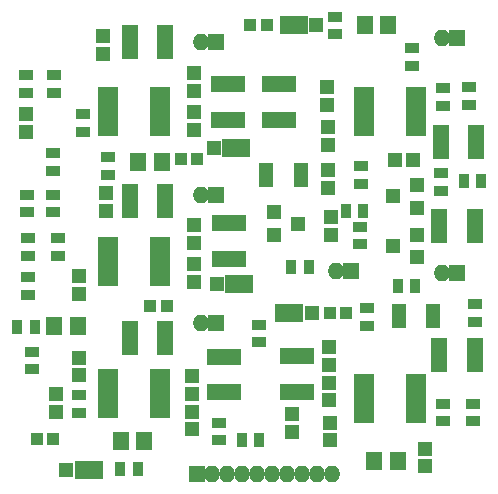
<source format=gbr>
G04 #@! TF.FileFunction,Soldermask,Top*
%FSLAX46Y46*%
G04 Gerber Fmt 4.6, Leading zero omitted, Abs format (unit mm)*
G04 Created by KiCad (PCBNEW 4.0.7) date 04/11/18 20:39:28*
%MOMM*%
%LPD*%
G01*
G04 APERTURE LIST*
%ADD10C,0.100000*%
%ADD11R,1.200000X1.200000*%
%ADD12R,2.400000X1.500000*%
%ADD13R,1.150000X1.200000*%
%ADD14R,2.900000X1.400000*%
%ADD15R,1.300000X0.900000*%
%ADD16R,1.400000X1.650000*%
%ADD17R,1.000000X1.100000*%
%ADD18R,1.800000X0.700000*%
%ADD19R,0.900000X1.300000*%
%ADD20R,1.400000X2.900000*%
%ADD21R,1.200100X1.200100*%
%ADD22R,1.300000X2.100000*%
%ADD23R,1.200000X1.150000*%
%ADD24R,1.300000X1.200000*%
%ADD25R,1.400000X1.400000*%
%ADD26O,1.400000X1.400000*%
G04 APERTURE END LIST*
D10*
D11*
X148770000Y-109630000D03*
D12*
X146870000Y-109630000D03*
D13*
X150250000Y-115500000D03*
X150250000Y-117000000D03*
X150250000Y-112500000D03*
X150250000Y-114000000D03*
D14*
X147500000Y-116250000D03*
X147500000Y-113250000D03*
D13*
X147070000Y-118180000D03*
X147070000Y-119680000D03*
D15*
X159870000Y-117280000D03*
X159870000Y-118780000D03*
X162570000Y-110380000D03*
X162570000Y-108880000D03*
X162370000Y-117280000D03*
X162370000Y-118780000D03*
X153470000Y-109180000D03*
X153470000Y-110680000D03*
D16*
X156070000Y-122130000D03*
X154070000Y-122130000D03*
D13*
X150070000Y-90480000D03*
X150070000Y-91980000D03*
D17*
X150270000Y-109630000D03*
X151670000Y-109630000D03*
D18*
X157570000Y-118580000D03*
X157570000Y-118080000D03*
X157570000Y-117580000D03*
X157570000Y-117080000D03*
X157570000Y-116580000D03*
X153170000Y-116580000D03*
X153170000Y-117080000D03*
X153170000Y-117580000D03*
X153170000Y-118080000D03*
X153170000Y-118580000D03*
X157570000Y-116080000D03*
X157570000Y-115580000D03*
X157570000Y-115080000D03*
X153170000Y-116080000D03*
X153170000Y-115580000D03*
X153170000Y-115080000D03*
D19*
X132520000Y-122830000D03*
X134020000Y-122830000D03*
D20*
X159570000Y-113130000D03*
X162570000Y-113130000D03*
D13*
X150170000Y-93880000D03*
X150170000Y-95380000D03*
X150370000Y-101480000D03*
X150370000Y-102980000D03*
D14*
X145970000Y-93230000D03*
X145970000Y-90230000D03*
D11*
X149150000Y-85250000D03*
D12*
X147250000Y-85250000D03*
D19*
X161620000Y-98430000D03*
X163120000Y-98430000D03*
D15*
X157270000Y-88680000D03*
X157270000Y-87180000D03*
D13*
X158370000Y-121080000D03*
X158370000Y-122580000D03*
D15*
X162070000Y-91980000D03*
X162070000Y-90480000D03*
D17*
X144970000Y-85230000D03*
X143570000Y-85230000D03*
D15*
X150750000Y-84500000D03*
X150750000Y-86000000D03*
D20*
X159670000Y-95130000D03*
X162670000Y-95130000D03*
D13*
X150170000Y-97480000D03*
X150170000Y-98980000D03*
D18*
X157550000Y-94300000D03*
X157550000Y-93800000D03*
X157550000Y-93300000D03*
X157550000Y-92800000D03*
X157550000Y-92300000D03*
X153150000Y-92300000D03*
X153150000Y-92800000D03*
X153150000Y-93300000D03*
X153150000Y-93800000D03*
X153150000Y-94300000D03*
X157550000Y-91800000D03*
X157550000Y-91300000D03*
X157550000Y-90800000D03*
X153150000Y-91800000D03*
X153150000Y-91300000D03*
X153150000Y-90800000D03*
D16*
X155250000Y-85250000D03*
X153250000Y-85250000D03*
D15*
X159870000Y-92080000D03*
X159870000Y-90580000D03*
D14*
X141370000Y-113330000D03*
X141370000Y-116330000D03*
D11*
X127970000Y-122930000D03*
D12*
X129870000Y-122930000D03*
D13*
X138600000Y-119450000D03*
X138600000Y-117950000D03*
X138600000Y-116450000D03*
X138600000Y-114950000D03*
D18*
X131470000Y-114680000D03*
X131470000Y-115180000D03*
X131470000Y-115680000D03*
X131470000Y-116180000D03*
X131470000Y-116680000D03*
X135870000Y-116680000D03*
X135870000Y-116180000D03*
X135870000Y-115680000D03*
X135870000Y-115180000D03*
X135870000Y-114680000D03*
X131470000Y-117180000D03*
X131470000Y-117680000D03*
X131470000Y-118180000D03*
X135870000Y-117180000D03*
X135870000Y-117680000D03*
X135870000Y-118180000D03*
D16*
X132570000Y-120430000D03*
X134570000Y-120430000D03*
D15*
X129070000Y-116580000D03*
X129070000Y-118080000D03*
D13*
X127070000Y-117980000D03*
X127070000Y-116480000D03*
D15*
X125070000Y-114380000D03*
X125070000Y-112880000D03*
D20*
X136370000Y-111730000D03*
X133370000Y-111730000D03*
D15*
X124770000Y-108080000D03*
X124770000Y-106580000D03*
D13*
X129070000Y-114880000D03*
X129070000Y-113380000D03*
D15*
X124670000Y-101080000D03*
X124670000Y-99580000D03*
D17*
X125470000Y-120230000D03*
X126870000Y-120230000D03*
D15*
X126970000Y-90980000D03*
X126970000Y-89480000D03*
D14*
X141750000Y-102000000D03*
X141750000Y-105000000D03*
D11*
X140720000Y-107130000D03*
D12*
X142620000Y-107130000D03*
D13*
X138770000Y-106980000D03*
X138770000Y-105480000D03*
X138770000Y-103680000D03*
X138770000Y-102180000D03*
D18*
X131500000Y-103500000D03*
X131500000Y-104000000D03*
X131500000Y-104500000D03*
X131500000Y-105000000D03*
X131500000Y-105500000D03*
X135900000Y-105500000D03*
X135900000Y-105000000D03*
X135900000Y-104500000D03*
X135900000Y-104000000D03*
X135900000Y-103500000D03*
X131500000Y-106000000D03*
X131500000Y-106500000D03*
X131500000Y-107000000D03*
X135900000Y-106000000D03*
X135900000Y-106500000D03*
X135900000Y-107000000D03*
D16*
X126970000Y-110730000D03*
X128970000Y-110730000D03*
D15*
X127270000Y-103280000D03*
X127270000Y-104780000D03*
D13*
X129070000Y-107980000D03*
X129070000Y-106480000D03*
D15*
X124770000Y-104780000D03*
X124770000Y-103280000D03*
D20*
X136370000Y-100130000D03*
X133370000Y-100130000D03*
D19*
X125320000Y-110830000D03*
X123820000Y-110830000D03*
D13*
X131370000Y-100980000D03*
X131370000Y-99480000D03*
D15*
X129370000Y-94280000D03*
X129370000Y-92780000D03*
D17*
X135070000Y-109030000D03*
X136470000Y-109030000D03*
D15*
X144270000Y-110580000D03*
X144270000Y-112080000D03*
D18*
X131550000Y-90800000D03*
X131550000Y-91300000D03*
X131550000Y-91800000D03*
X131550000Y-92300000D03*
X131550000Y-92800000D03*
X135950000Y-92800000D03*
X135950000Y-92300000D03*
X135950000Y-91800000D03*
X135950000Y-91300000D03*
X135950000Y-90800000D03*
X131550000Y-93300000D03*
X131550000Y-93800000D03*
X131550000Y-94300000D03*
X135950000Y-93300000D03*
X135950000Y-93800000D03*
X135950000Y-94300000D03*
D21*
X157670760Y-100680000D03*
X157670760Y-98780000D03*
X155671780Y-99730000D03*
D22*
X159020000Y-109830000D03*
X156120000Y-109830000D03*
D16*
X134050000Y-96800000D03*
X136050000Y-96800000D03*
D20*
X136370000Y-86630000D03*
X133370000Y-86630000D03*
D13*
X138770000Y-90780000D03*
X138770000Y-89280000D03*
X138770000Y-94080000D03*
X138770000Y-92580000D03*
X131070000Y-87680000D03*
X131070000Y-86180000D03*
X124570000Y-94280000D03*
X124570000Y-92780000D03*
X150270000Y-118880000D03*
X150270000Y-120380000D03*
D23*
X155820000Y-96630000D03*
X157320000Y-96630000D03*
D17*
X139070000Y-96530000D03*
X137670000Y-96530000D03*
D11*
X140470000Y-95630000D03*
D12*
X142370000Y-95630000D03*
D14*
X141670000Y-90230000D03*
X141670000Y-93230000D03*
D15*
X140870000Y-118880000D03*
X140870000Y-120380000D03*
X126870000Y-99580000D03*
X126870000Y-101080000D03*
X126870000Y-97580000D03*
X126870000Y-96080000D03*
X131470000Y-97880000D03*
X131470000Y-96380000D03*
X124570000Y-90980000D03*
X124570000Y-89480000D03*
X159670000Y-99280000D03*
X159670000Y-97780000D03*
X152870000Y-102280000D03*
X152870000Y-103780000D03*
D22*
X147820000Y-97930000D03*
X144920000Y-97930000D03*
D15*
X152970000Y-97180000D03*
X152970000Y-98680000D03*
D19*
X148500000Y-105750000D03*
X147000000Y-105750000D03*
D21*
X157670760Y-104880000D03*
X157670760Y-102980000D03*
X155671780Y-103930000D03*
D20*
X159570000Y-102230000D03*
X162570000Y-102230000D03*
D19*
X142820000Y-120330000D03*
X144320000Y-120330000D03*
X151620000Y-100930000D03*
X153120000Y-100930000D03*
X156020000Y-107330000D03*
X157520000Y-107330000D03*
D24*
X145570000Y-101080000D03*
X145570000Y-102980000D03*
X147570000Y-102030000D03*
D25*
X140670000Y-99630000D03*
D26*
X139400000Y-99630000D03*
D25*
X140670000Y-110430000D03*
D26*
X139400000Y-110430000D03*
D25*
X140670000Y-86630000D03*
D26*
X139400000Y-86630000D03*
D25*
X161070000Y-86330000D03*
D26*
X159800000Y-86330000D03*
D25*
X161070000Y-106230000D03*
D26*
X159800000Y-106230000D03*
D25*
X152070000Y-106030000D03*
D26*
X150800000Y-106030000D03*
D25*
X139070000Y-123230000D03*
D26*
X140340000Y-123230000D03*
X141610000Y-123230000D03*
X142880000Y-123230000D03*
X144150000Y-123230000D03*
X145420000Y-123230000D03*
X146690000Y-123230000D03*
X147960000Y-123230000D03*
X149230000Y-123230000D03*
X150500000Y-123230000D03*
M02*

</source>
